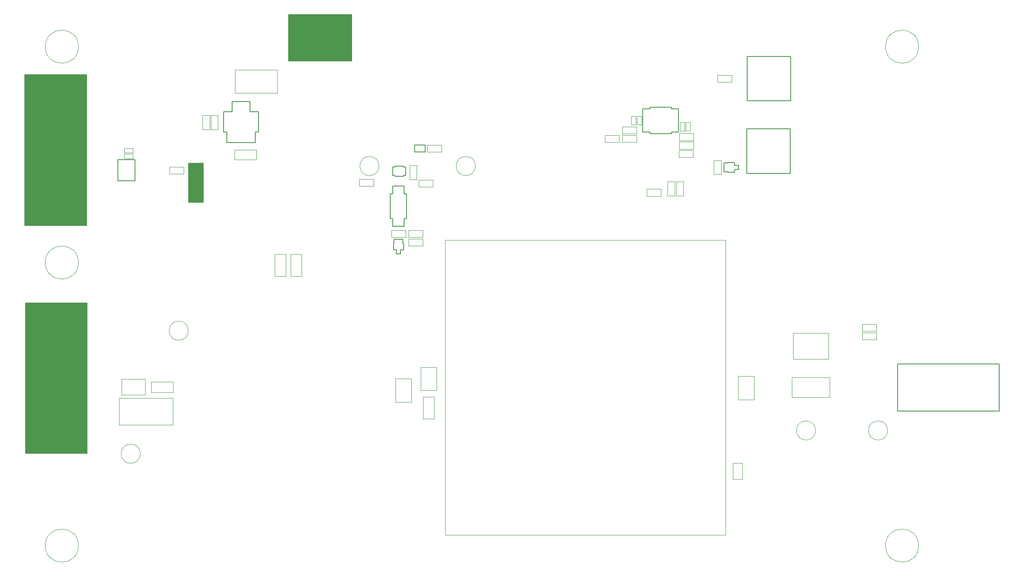
<source format=gbr>
%TF.GenerationSoftware,KiCad,Pcbnew,9.0.3*%
%TF.CreationDate,2025-09-16T13:25:35-04:00*%
%TF.ProjectId,CAEN_NEVIS_DAQ_3p3V,4341454e-5f4e-4455-9649-535f4441515f,rev?*%
%TF.SameCoordinates,Original*%
%TF.FileFunction,Other,User*%
%FSLAX46Y46*%
G04 Gerber Fmt 4.6, Leading zero omitted, Abs format (unit mm)*
G04 Created by KiCad (PCBNEW 9.0.3) date 2025-09-16 13:25:35*
%MOMM*%
%LPD*%
G01*
G04 APERTURE LIST*
%ADD10C,0.152400*%
%ADD11C,0.050000*%
%ADD12C,0.100000*%
%ADD13C,0.127000*%
G04 APERTURE END LIST*
D10*
%TO.C,LED1*%
X128510100Y-49536500D02*
X130719900Y-49536500D01*
X128510100Y-49625400D02*
X128510100Y-49536500D01*
X128510100Y-49625400D02*
X128510100Y-49625400D01*
X128510100Y-50844600D02*
X128510100Y-49625400D01*
X128510100Y-50844600D02*
X128510100Y-50844600D01*
X128510100Y-50933500D02*
X128510100Y-50844600D01*
X130719900Y-49536500D02*
X130719900Y-49625400D01*
X130719900Y-49625400D02*
X130719900Y-49625400D01*
X130719900Y-49625400D02*
X130719900Y-50844600D01*
X130719900Y-50844600D02*
X130719900Y-50844600D01*
X130719900Y-50844600D02*
X130719900Y-50933500D01*
X130719900Y-50933500D02*
X128510100Y-50933500D01*
D11*
%TO.C,C1*%
X129750000Y-95775000D02*
X133050000Y-95775000D01*
X129750000Y-100675000D02*
X129750000Y-95775000D01*
X133050000Y-95775000D02*
X133050000Y-100675000D01*
X133050000Y-100675000D02*
X129750000Y-100675000D01*
%TO.C,C23*%
X68010000Y-51340000D02*
X69830000Y-51340000D01*
X68010000Y-52260000D02*
X68010000Y-51340000D01*
X69830000Y-51340000D02*
X69830000Y-52260000D01*
X69830000Y-52260000D02*
X68010000Y-52260000D01*
%TO.C,C15*%
X181180000Y-57110000D02*
X182640000Y-57110000D01*
X181180000Y-60070000D02*
X181180000Y-57110000D01*
X182640000Y-57110000D02*
X182640000Y-60070000D01*
X182640000Y-60070000D02*
X181180000Y-60070000D01*
%TO.C,C16*%
X84315000Y-43308750D02*
X85775000Y-43308750D01*
X84315000Y-46268750D02*
X84315000Y-43308750D01*
X85775000Y-43308750D02*
X85775000Y-46268750D01*
X85775000Y-46268750D02*
X84315000Y-46268750D01*
%TO.C,R14*%
X191530000Y-34920000D02*
X194490000Y-34920000D01*
X191530000Y-36380000D02*
X191530000Y-34920000D01*
X194490000Y-34920000D02*
X194490000Y-36380000D01*
X194490000Y-36380000D02*
X191530000Y-36380000D01*
%TO.C,R12*%
X176810000Y-58675000D02*
X179770000Y-58675000D01*
X176810000Y-60135000D02*
X176810000Y-58675000D01*
X179770000Y-58675000D02*
X179770000Y-60135000D01*
X179770000Y-60135000D02*
X176810000Y-60135000D01*
%TO.C,C18*%
X184920000Y-44750000D02*
X185840000Y-44750000D01*
X184920000Y-46570000D02*
X184920000Y-44750000D01*
X185840000Y-44750000D02*
X185840000Y-46570000D01*
X185840000Y-46570000D02*
X184920000Y-46570000D01*
%TO.C,R21*%
X174760000Y-43450000D02*
X175700000Y-43450000D01*
X174760000Y-45310000D02*
X174760000Y-43450000D01*
X175700000Y-43450000D02*
X175700000Y-45310000D01*
X175700000Y-45310000D02*
X174760000Y-45310000D01*
%TO.C,C11*%
X194770000Y-115800000D02*
X196730000Y-115800000D01*
X194770000Y-119200000D02*
X194770000Y-115800000D01*
X196730000Y-115800000D02*
X196730000Y-119200000D01*
X196730000Y-119200000D02*
X194770000Y-119200000D01*
%TO.C,R16*%
X183580000Y-47080000D02*
X186540000Y-47080000D01*
X183580000Y-48540000D02*
X183580000Y-47080000D01*
X186540000Y-47080000D02*
X186540000Y-48540000D01*
X186540000Y-48540000D02*
X183580000Y-48540000D01*
%TO.C,R20*%
X190820000Y-52680000D02*
X192280000Y-52680000D01*
X190820000Y-55640000D02*
X190820000Y-52680000D01*
X192280000Y-52680000D02*
X192280000Y-55640000D01*
X192280000Y-55640000D02*
X190820000Y-55640000D01*
D10*
%TO.C,J3*%
X229037568Y-95132800D02*
X250252431Y-95132800D01*
X229037568Y-104937200D02*
X229037568Y-95132800D01*
X250252431Y-95132800D02*
X250252431Y-104937200D01*
X250252431Y-104937200D02*
X229037568Y-104937200D01*
D11*
%TO.C,F1*%
X66961400Y-102280400D02*
X66961400Y-107809600D01*
X66961400Y-107809600D02*
X78078600Y-107809600D01*
X78078600Y-102280400D02*
X66961400Y-102280400D01*
X78078600Y-107809600D02*
X78078600Y-102280400D01*
%TO.C,C14*%
X91030000Y-33843750D02*
X99830000Y-33843750D01*
X91030000Y-38643750D02*
X91030000Y-33843750D01*
X99830000Y-33843750D02*
X99830000Y-38643750D01*
X99830000Y-38643750D02*
X91030000Y-38643750D01*
%TO.C,H4*%
X233450000Y-133000000D02*
G75*
G02*
X226550000Y-133000000I-3450000J0D01*
G01*
X226550000Y-133000000D02*
G75*
G02*
X233450000Y-133000000I3450000J0D01*
G01*
%TO.C,C19*%
X183590000Y-48860000D02*
X186550000Y-48860000D01*
X183590000Y-50320000D02*
X183590000Y-48860000D01*
X186550000Y-48860000D02*
X186550000Y-50320000D01*
X186550000Y-50320000D02*
X183590000Y-50320000D01*
D12*
%TO.C,J1*%
X115370000Y-32010000D02*
X102150000Y-32010000D01*
X102150000Y-22210000D01*
X115370000Y-22210000D01*
X115370000Y-32010000D01*
G36*
X115370000Y-32010000D02*
G01*
X102150000Y-32010000D01*
X102150000Y-22210000D01*
X115370000Y-22210000D01*
X115370000Y-32010000D01*
G37*
D13*
%TO.C,J4*%
X60180000Y-66250000D02*
X47260000Y-66250000D01*
X47260000Y-34850000D01*
X60180000Y-34850000D01*
X60180000Y-66250000D01*
G36*
X60180000Y-66250000D02*
G01*
X47260000Y-66250000D01*
X47260000Y-34850000D01*
X60180000Y-34850000D01*
X60180000Y-66250000D01*
G37*
D11*
%TO.C,C22*%
X68020000Y-50200000D02*
X69840000Y-50200000D01*
X68020000Y-51120000D02*
X68020000Y-50200000D01*
X69840000Y-50200000D02*
X69840000Y-51120000D01*
X69840000Y-51120000D02*
X68020000Y-51120000D01*
%TO.C,H3*%
X233450000Y-29000000D02*
G75*
G02*
X226550000Y-29000000I-3450000J0D01*
G01*
X226550000Y-29000000D02*
G75*
G02*
X233450000Y-29000000I3450000J0D01*
G01*
D10*
%TO.C,M1*%
X124051000Y-70021000D02*
X124201000Y-70021000D01*
X124051000Y-71329000D02*
X124051000Y-70021000D01*
X124051000Y-71329000D02*
X124701000Y-71329000D01*
X124201000Y-70021000D02*
X124201000Y-69165401D01*
X124701000Y-71329000D02*
X124701000Y-72184599D01*
X125509000Y-71329000D02*
X125509000Y-72184599D01*
X125509000Y-72184599D02*
X124701000Y-72184599D01*
X126009000Y-69165401D02*
X124201000Y-69165401D01*
X126009000Y-70021000D02*
X126009000Y-69165401D01*
X126159000Y-70021000D02*
X126009000Y-70021000D01*
X126159000Y-70021000D02*
X126159000Y-71329000D01*
X126159000Y-71329000D02*
X125509000Y-71329000D01*
%TO.C,U2*%
X88713200Y-42595550D02*
X90491200Y-42595550D01*
X88713200Y-46811950D02*
X88713200Y-42595550D01*
X89335500Y-46811950D02*
X88713200Y-46811950D01*
X89335500Y-48958250D02*
X89335500Y-46811950D01*
X90491200Y-40449250D02*
X94148800Y-40449250D01*
X90491200Y-42595550D02*
X90491200Y-40449250D01*
X94148800Y-40449250D02*
X94148800Y-42595550D01*
X94148800Y-42595550D02*
X95926800Y-42595550D01*
X95304500Y-46811950D02*
X95304500Y-48958250D01*
X95304500Y-48958250D02*
X89335500Y-48958250D01*
X95926800Y-42595550D02*
X95926800Y-46811950D01*
X95926800Y-46811950D02*
X95304500Y-46811950D01*
D11*
%TO.C,R23*%
X168090000Y-47450000D02*
X171050000Y-47450000D01*
X168090000Y-48910000D02*
X168090000Y-47450000D01*
X171050000Y-47450000D02*
X171050000Y-48910000D01*
X171050000Y-48910000D02*
X168090000Y-48910000D01*
%TO.C,R25*%
X77410000Y-54090000D02*
X80370000Y-54090000D01*
X77410000Y-55550000D02*
X77410000Y-54090000D01*
X80370000Y-54090000D02*
X80370000Y-55550000D01*
X80370000Y-55550000D02*
X77410000Y-55550000D01*
%TO.C,R17*%
X183540000Y-50620000D02*
X186500000Y-50620000D01*
X183540000Y-52080000D02*
X183540000Y-50620000D01*
X186500000Y-50620000D02*
X186500000Y-52080000D01*
X186500000Y-52080000D02*
X183540000Y-52080000D01*
%TO.C,3.3V_RTN1*%
X212000000Y-109000000D02*
G75*
G02*
X208000000Y-109000000I-2000000J0D01*
G01*
X208000000Y-109000000D02*
G75*
G02*
X212000000Y-109000000I2000000J0D01*
G01*
%TO.C,R2*%
X130270000Y-101995000D02*
X132510000Y-101995000D01*
X130270000Y-106555000D02*
X130270000Y-101995000D01*
X132510000Y-101995000D02*
X132510000Y-106555000D01*
X132510000Y-106555000D02*
X130270000Y-106555000D01*
%TO.C,H1*%
X58450000Y-29000000D02*
G75*
G02*
X51550000Y-29000000I-3450000J0D01*
G01*
X51550000Y-29000000D02*
G75*
G02*
X58450000Y-29000000I3450000J0D01*
G01*
%TO.C,H2*%
X58450000Y-133000000D02*
G75*
G02*
X51550000Y-133000000I-3450000J0D01*
G01*
X51550000Y-133000000D02*
G75*
G02*
X58450000Y-133000000I3450000J0D01*
G01*
D12*
%TO.C,J5*%
X84420000Y-61480000D02*
X81280000Y-61480000D01*
X81280000Y-53260000D01*
X84420000Y-53260000D01*
X84420000Y-61480000D01*
G36*
X84420000Y-61480000D02*
G01*
X81280000Y-61480000D01*
X81280000Y-53260000D01*
X84420000Y-53260000D01*
X84420000Y-61480000D01*
G37*
D10*
%TO.C,Q1*%
X123403200Y-59702300D02*
X123936600Y-59702300D01*
X123403200Y-64807700D02*
X123403200Y-59702300D01*
X123936600Y-58051300D02*
X123936600Y-59702300D01*
X123936600Y-58051300D02*
X126273400Y-58051300D01*
X123936600Y-64807700D02*
X123403200Y-64807700D01*
X123936600Y-66458700D02*
X123936600Y-64807700D01*
X126273400Y-58051300D02*
X126273400Y-59702300D01*
X126273400Y-59702300D02*
X126806800Y-59702300D01*
X126273400Y-66458700D02*
X123936600Y-66458700D01*
X126273400Y-66458700D02*
X126273400Y-64807700D01*
X126806800Y-59702300D02*
X126806800Y-64807700D01*
X126806800Y-64807700D02*
X126273400Y-64807700D01*
%TO.C,P1*%
X197721000Y-31006001D02*
X197721000Y-40313999D01*
X197721000Y-40313999D02*
X206779000Y-40313999D01*
X206779000Y-31006001D02*
X197721000Y-31006001D01*
X206779000Y-40313999D02*
X206779000Y-31006001D01*
D11*
%TO.C,R4*%
X127175000Y-69025000D02*
X130135000Y-69025000D01*
X127175000Y-70485000D02*
X127175000Y-69025000D01*
X130135000Y-69025000D02*
X130135000Y-70485000D01*
X130135000Y-70485000D02*
X127175000Y-70485000D01*
%TO.C,C21*%
X171730000Y-47450000D02*
X174690000Y-47450000D01*
X171730000Y-48910000D02*
X171730000Y-47450000D01*
X174690000Y-47450000D02*
X174690000Y-48910000D01*
X174690000Y-48910000D02*
X171730000Y-48910000D01*
%TO.C,C13*%
X90975000Y-50478750D02*
X95575000Y-50478750D01*
X90975000Y-52578750D02*
X90975000Y-50478750D01*
X95575000Y-50478750D02*
X95575000Y-52578750D01*
X95575000Y-52578750D02*
X90975000Y-52578750D01*
%TO.C,R26*%
X99380000Y-72257500D02*
X101620000Y-72257500D01*
X99380000Y-76817500D02*
X99380000Y-72257500D01*
X101620000Y-72257500D02*
X101620000Y-76817500D01*
X101620000Y-76817500D02*
X99380000Y-76817500D01*
D12*
%TO.C,J2*%
X60260000Y-113730000D02*
X47340000Y-113730000D01*
X47340000Y-82330000D01*
X60260000Y-82330000D01*
X60260000Y-113730000D01*
G36*
X60260000Y-113730000D02*
G01*
X47340000Y-113730000D01*
X47340000Y-82330000D01*
X60260000Y-82330000D01*
X60260000Y-113730000D01*
G37*
D11*
%TO.C,TELEM_PWR1*%
X141140000Y-53870000D02*
G75*
G02*
X137140000Y-53870000I-2000000J0D01*
G01*
X137140000Y-53870000D02*
G75*
G02*
X141140000Y-53870000I2000000J0D01*
G01*
%TO.C,C20*%
X173590000Y-43470000D02*
X174510000Y-43470000D01*
X173590000Y-45290000D02*
X173590000Y-43470000D01*
X174510000Y-43470000D02*
X174510000Y-45290000D01*
X174510000Y-45290000D02*
X173590000Y-45290000D01*
%TO.C,R19*%
X221710000Y-86800000D02*
X224670000Y-86800000D01*
X221710000Y-88260000D02*
X221710000Y-86800000D01*
X224670000Y-86800000D02*
X224670000Y-88260000D01*
X224670000Y-88260000D02*
X221710000Y-88260000D01*
D10*
%TO.C,P2*%
X197681000Y-46136001D02*
X197681000Y-55443999D01*
X197681000Y-55443999D02*
X206739000Y-55443999D01*
X206739000Y-46136001D02*
X197681000Y-46136001D01*
X206739000Y-55443999D02*
X206739000Y-46136001D01*
D11*
%TO.C,C5*%
X67420000Y-98305000D02*
X72320000Y-98305000D01*
X67420000Y-101605000D02*
X67420000Y-98305000D01*
X72320000Y-98305000D02*
X72320000Y-101605000D01*
X72320000Y-101605000D02*
X67420000Y-101605000D01*
%TO.C,R7*%
X123635000Y-67245000D02*
X126595000Y-67245000D01*
X123635000Y-68705000D02*
X123635000Y-67245000D01*
X126595000Y-67245000D02*
X126595000Y-68705000D01*
X126595000Y-68705000D02*
X123635000Y-68705000D01*
%TO.C,R9*%
X127433000Y-53713000D02*
X128893000Y-53713000D01*
X127433000Y-56673000D02*
X127433000Y-53713000D01*
X128893000Y-53713000D02*
X128893000Y-56673000D01*
X128893000Y-56673000D02*
X127433000Y-56673000D01*
%TO.C,R11*%
X183020000Y-57100000D02*
X184480000Y-57100000D01*
X183020000Y-60060000D02*
X183020000Y-57100000D01*
X184480000Y-57100000D02*
X184480000Y-60060000D01*
X184480000Y-60060000D02*
X183020000Y-60060000D01*
%TO.C,3.3V1*%
X227000000Y-109000000D02*
G75*
G02*
X223000000Y-109000000I-2000000J0D01*
G01*
X223000000Y-109000000D02*
G75*
G02*
X227000000Y-109000000I2000000J0D01*
G01*
%TO.C,R22*%
X171740000Y-45710000D02*
X174700000Y-45710000D01*
X171740000Y-47170000D02*
X171740000Y-45710000D01*
X174700000Y-45710000D02*
X174700000Y-47170000D01*
X174700000Y-47170000D02*
X171740000Y-47170000D01*
%TO.C,Secondary_RTN1*%
X81340000Y-88210000D02*
G75*
G02*
X77340000Y-88210000I-2000000J0D01*
G01*
X77340000Y-88210000D02*
G75*
G02*
X81340000Y-88210000I2000000J0D01*
G01*
D10*
%TO.C,M3*%
X192920401Y-53256000D02*
X192920401Y-55064000D01*
X193776000Y-53106000D02*
X193776000Y-53256000D01*
X193776000Y-53106000D02*
X195084000Y-53106000D01*
X193776000Y-53256000D02*
X192920401Y-53256000D01*
X193776000Y-55064000D02*
X192920401Y-55064000D01*
X193776000Y-55214000D02*
X193776000Y-55064000D01*
X195084000Y-53106000D02*
X195084000Y-53756000D01*
X195084000Y-53756000D02*
X195939599Y-53756000D01*
X195084000Y-54564000D02*
X195939599Y-54564000D01*
X195084000Y-55214000D02*
X193776000Y-55214000D01*
X195084000Y-55214000D02*
X195084000Y-54564000D01*
X195939599Y-53756000D02*
X195939599Y-54564000D01*
%TO.C,U6*%
X66667000Y-52565600D02*
X70223000Y-52565600D01*
X66667000Y-56934400D02*
X66667000Y-52565600D01*
X70223000Y-52565600D02*
X70223000Y-56934400D01*
X70223000Y-56934400D02*
X66667000Y-56934400D01*
D11*
%TO.C,U3*%
X207262500Y-94130000D02*
X207262500Y-88725000D01*
X214672500Y-88725000D02*
X207262500Y-88725000D01*
X214672500Y-94130000D02*
X207262500Y-94130000D01*
X214672500Y-94130000D02*
X214672500Y-88725000D01*
%TO.C,C3*%
X195835000Y-97665000D02*
X199135000Y-97665000D01*
X195835000Y-102565000D02*
X195835000Y-97665000D01*
X199135000Y-97665000D02*
X199135000Y-102565000D01*
X199135000Y-102565000D02*
X195835000Y-102565000D01*
%TO.C,R5*%
X131125000Y-49505000D02*
X134085000Y-49505000D01*
X131125000Y-50965000D02*
X131125000Y-49505000D01*
X134085000Y-49505000D02*
X134085000Y-50965000D01*
X134085000Y-50965000D02*
X131125000Y-50965000D01*
%TO.C,Secondary_PWR1*%
X71340000Y-113850000D02*
G75*
G02*
X67340000Y-113850000I-2000000J0D01*
G01*
X67340000Y-113850000D02*
G75*
G02*
X71340000Y-113850000I2000000J0D01*
G01*
%TO.C,R10*%
X207035000Y-97925000D02*
X214895000Y-97925000D01*
X207035000Y-102105000D02*
X207035000Y-97925000D01*
X214895000Y-97925000D02*
X214895000Y-102105000D01*
X214895000Y-102105000D02*
X207035000Y-102105000D01*
%TO.C,TELEM_RTN1*%
X121060000Y-53890000D02*
G75*
G02*
X117060000Y-53890000I-2000000J0D01*
G01*
X117060000Y-53890000D02*
G75*
G02*
X121060000Y-53890000I2000000J0D01*
G01*
%TO.C,R8*%
X116930000Y-56600000D02*
X119890000Y-56600000D01*
X116930000Y-58060000D02*
X116930000Y-56600000D01*
X119890000Y-56600000D02*
X119890000Y-58060000D01*
X119890000Y-58060000D02*
X116930000Y-58060000D01*
%TO.C,R1*%
X73620000Y-98835000D02*
X78180000Y-98835000D01*
X73620000Y-101075000D02*
X73620000Y-98835000D01*
X78180000Y-98835000D02*
X78180000Y-101075000D01*
X78180000Y-101075000D02*
X73620000Y-101075000D01*
%TO.C,C2*%
X124460000Y-98207500D02*
X127760000Y-98207500D01*
X124460000Y-103107500D02*
X124460000Y-98207500D01*
X127760000Y-98207500D02*
X127760000Y-103107500D01*
X127760000Y-103107500D02*
X124460000Y-103107500D01*
%TO.C,R3*%
X129315000Y-56775000D02*
X132275000Y-56775000D01*
X129315000Y-58235000D02*
X129315000Y-56775000D01*
X132275000Y-56775000D02*
X132275000Y-58235000D01*
X132275000Y-58235000D02*
X129315000Y-58235000D01*
%TO.C,U1*%
X134815000Y-69285000D02*
X193215000Y-69285000D01*
X134815000Y-130785000D02*
X134815000Y-69285000D01*
X193215000Y-69285000D02*
X193215000Y-130785000D01*
X193215000Y-130785000D02*
X134815000Y-130785000D01*
%TO.C,R13*%
X86075000Y-43308750D02*
X87535000Y-43308750D01*
X86075000Y-46268750D02*
X86075000Y-43308750D01*
X87535000Y-43308750D02*
X87535000Y-46268750D01*
X87535000Y-46268750D02*
X86075000Y-46268750D01*
D10*
%TO.C,M2*%
X123931500Y-54046000D02*
X124414100Y-54046000D01*
X123931500Y-55824000D02*
X123931500Y-54046000D01*
X124414100Y-53880900D02*
X126115900Y-53880900D01*
X124414100Y-54046000D02*
X124414100Y-53880900D01*
X124414100Y-55824000D02*
X123931500Y-55824000D01*
X124414100Y-55989100D02*
X124414100Y-55824000D01*
X126115900Y-53880900D02*
X126115900Y-54046000D01*
X126115900Y-54046000D02*
X126598500Y-54046000D01*
X126115900Y-55824000D02*
X126115900Y-55989100D01*
X126115900Y-55989100D02*
X124414100Y-55989100D01*
X126598500Y-54046000D02*
X126598500Y-55824000D01*
X126598500Y-55824000D02*
X126115900Y-55824000D01*
D11*
%TO.C,H5*%
X58450000Y-74000000D02*
G75*
G02*
X51550000Y-74000000I-3450000J0D01*
G01*
X51550000Y-74000000D02*
G75*
G02*
X58450000Y-74000000I3450000J0D01*
G01*
%TO.C,C24*%
X102670000Y-72257500D02*
X104970000Y-72257500D01*
X102670000Y-76857500D02*
X102670000Y-72257500D01*
X104970000Y-72257500D02*
X104970000Y-76857500D01*
X104970000Y-76857500D02*
X102670000Y-76857500D01*
D10*
%TO.C,U4*%
X176011600Y-41941600D02*
X177472100Y-41941600D01*
X176011600Y-46818400D02*
X176011600Y-41941600D01*
X176011600Y-46818400D02*
X177472100Y-46818400D01*
X177472100Y-41624100D02*
X181967900Y-41624100D01*
X177472100Y-41941600D02*
X177472100Y-41624100D01*
X177472100Y-47135900D02*
X177472100Y-46818400D01*
X181967900Y-41624100D02*
X181967900Y-41941600D01*
X181967900Y-46818400D02*
X181967900Y-47135900D01*
X181967900Y-47135900D02*
X177472100Y-47135900D01*
X183428400Y-41941600D02*
X181967900Y-41941600D01*
X183428400Y-41941600D02*
X183428400Y-46818400D01*
X183428400Y-46818400D02*
X181967900Y-46818400D01*
D11*
%TO.C,R6*%
X127185000Y-67255000D02*
X130145000Y-67255000D01*
X127185000Y-68715000D02*
X127185000Y-67255000D01*
X130145000Y-67255000D02*
X130145000Y-68715000D01*
X130145000Y-68715000D02*
X127185000Y-68715000D01*
%TO.C,R18*%
X221710000Y-88580000D02*
X224670000Y-88580000D01*
X221710000Y-90040000D02*
X221710000Y-88580000D01*
X224670000Y-88580000D02*
X224670000Y-90040000D01*
X224670000Y-90040000D02*
X221710000Y-90040000D01*
%TO.C,R15*%
X183770000Y-44730000D02*
X184710000Y-44730000D01*
X183770000Y-46590000D02*
X183770000Y-44730000D01*
X184710000Y-44730000D02*
X184710000Y-46590000D01*
X184710000Y-46590000D02*
X183770000Y-46590000D01*
%TD*%
M02*

</source>
